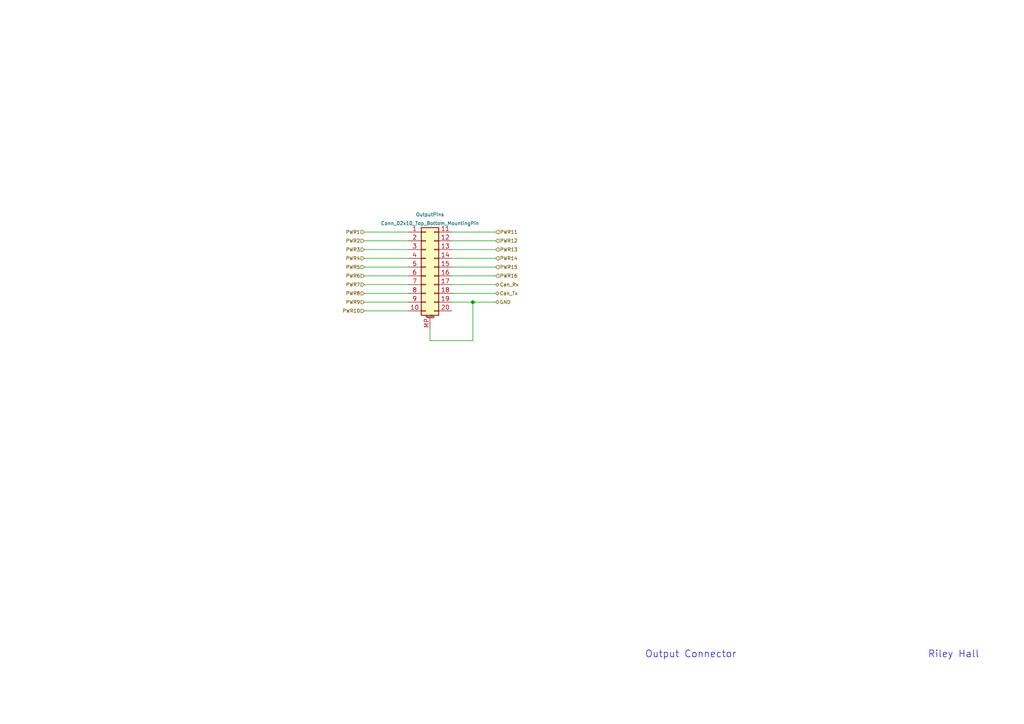
<source format=kicad_sch>
(kicad_sch (version 20211123) (generator eeschema)

  (uuid bc5045df-0455-4876-bb13-e2e2e9c4595a)

  (paper "A4")

  (lib_symbols
    (symbol "Connector_Generic_MountingPin:Conn_02x10_Top_Bottom_MountingPin" (pin_names (offset 1.016) hide) (in_bom yes) (on_board yes)
      (property "Reference" "J" (id 0) (at 1.27 12.7 0)
        (effects (font (size 1.27 1.27)))
      )
      (property "Value" "Conn_02x10_Top_Bottom_MountingPin" (id 1) (at 2.54 -15.24 0)
        (effects (font (size 1.27 1.27)) (justify left))
      )
      (property "Footprint" "" (id 2) (at 0 0 0)
        (effects (font (size 1.27 1.27)) hide)
      )
      (property "Datasheet" "~" (id 3) (at 0 0 0)
        (effects (font (size 1.27 1.27)) hide)
      )
      (property "ki_keywords" "connector" (id 4) (at 0 0 0)
        (effects (font (size 1.27 1.27)) hide)
      )
      (property "ki_description" "Generic connectable mounting pin connector, double row, 02x10, top/bottom pin numbering scheme (row 1: 1...pins_per_row, row2: pins_per_row+1 ... num_pins), script generated (kicad-library-utils/schlib/autogen/connector/)" (id 5) (at 0 0 0)
        (effects (font (size 1.27 1.27)) hide)
      )
      (property "ki_fp_filters" "Connector*:*_2x??-1MP*" (id 6) (at 0 0 0)
        (effects (font (size 1.27 1.27)) hide)
      )
      (symbol "Conn_02x10_Top_Bottom_MountingPin_1_1"
        (rectangle (start -1.27 -12.573) (end 0 -12.827)
          (stroke (width 0.1524) (type default) (color 0 0 0 0))
          (fill (type none))
        )
        (rectangle (start -1.27 -10.033) (end 0 -10.287)
          (stroke (width 0.1524) (type default) (color 0 0 0 0))
          (fill (type none))
        )
        (rectangle (start -1.27 -7.493) (end 0 -7.747)
          (stroke (width 0.1524) (type default) (color 0 0 0 0))
          (fill (type none))
        )
        (rectangle (start -1.27 -4.953) (end 0 -5.207)
          (stroke (width 0.1524) (type default) (color 0 0 0 0))
          (fill (type none))
        )
        (rectangle (start -1.27 -2.413) (end 0 -2.667)
          (stroke (width 0.1524) (type default) (color 0 0 0 0))
          (fill (type none))
        )
        (rectangle (start -1.27 0.127) (end 0 -0.127)
          (stroke (width 0.1524) (type default) (color 0 0 0 0))
          (fill (type none))
        )
        (rectangle (start -1.27 2.667) (end 0 2.413)
          (stroke (width 0.1524) (type default) (color 0 0 0 0))
          (fill (type none))
        )
        (rectangle (start -1.27 5.207) (end 0 4.953)
          (stroke (width 0.1524) (type default) (color 0 0 0 0))
          (fill (type none))
        )
        (rectangle (start -1.27 7.747) (end 0 7.493)
          (stroke (width 0.1524) (type default) (color 0 0 0 0))
          (fill (type none))
        )
        (rectangle (start -1.27 10.287) (end 0 10.033)
          (stroke (width 0.1524) (type default) (color 0 0 0 0))
          (fill (type none))
        )
        (rectangle (start -1.27 11.43) (end 3.81 -13.97)
          (stroke (width 0.254) (type default) (color 0 0 0 0))
          (fill (type background))
        )
        (polyline
          (pts
            (xy 0.254 -14.732)
            (xy 2.286 -14.732)
          )
          (stroke (width 0.1524) (type default) (color 0 0 0 0))
          (fill (type none))
        )
        (rectangle (start 3.81 -12.573) (end 2.54 -12.827)
          (stroke (width 0.1524) (type default) (color 0 0 0 0))
          (fill (type none))
        )
        (rectangle (start 3.81 -10.033) (end 2.54 -10.287)
          (stroke (width 0.1524) (type default) (color 0 0 0 0))
          (fill (type none))
        )
        (rectangle (start 3.81 -7.493) (end 2.54 -7.747)
          (stroke (width 0.1524) (type default) (color 0 0 0 0))
          (fill (type none))
        )
        (rectangle (start 3.81 -4.953) (end 2.54 -5.207)
          (stroke (width 0.1524) (type default) (color 0 0 0 0))
          (fill (type none))
        )
        (rectangle (start 3.81 -2.413) (end 2.54 -2.667)
          (stroke (width 0.1524) (type default) (color 0 0 0 0))
          (fill (type none))
        )
        (rectangle (start 3.81 0.127) (end 2.54 -0.127)
          (stroke (width 0.1524) (type default) (color 0 0 0 0))
          (fill (type none))
        )
        (rectangle (start 3.81 2.667) (end 2.54 2.413)
          (stroke (width 0.1524) (type default) (color 0 0 0 0))
          (fill (type none))
        )
        (rectangle (start 3.81 5.207) (end 2.54 4.953)
          (stroke (width 0.1524) (type default) (color 0 0 0 0))
          (fill (type none))
        )
        (rectangle (start 3.81 7.747) (end 2.54 7.493)
          (stroke (width 0.1524) (type default) (color 0 0 0 0))
          (fill (type none))
        )
        (rectangle (start 3.81 10.287) (end 2.54 10.033)
          (stroke (width 0.1524) (type default) (color 0 0 0 0))
          (fill (type none))
        )
        (text "Mounting" (at 1.27 -14.351 0)
          (effects (font (size 0.381 0.381)))
        )
        (pin passive line (at -5.08 10.16 0) (length 3.81)
          (name "Pin_1" (effects (font (size 1.27 1.27))))
          (number "1" (effects (font (size 1.27 1.27))))
        )
        (pin passive line (at -5.08 -12.7 0) (length 3.81)
          (name "Pin_10" (effects (font (size 1.27 1.27))))
          (number "10" (effects (font (size 1.27 1.27))))
        )
        (pin passive line (at 7.62 10.16 180) (length 3.81)
          (name "Pin_11" (effects (font (size 1.27 1.27))))
          (number "11" (effects (font (size 1.27 1.27))))
        )
        (pin passive line (at 7.62 7.62 180) (length 3.81)
          (name "Pin_12" (effects (font (size 1.27 1.27))))
          (number "12" (effects (font (size 1.27 1.27))))
        )
        (pin passive line (at 7.62 5.08 180) (length 3.81)
          (name "Pin_13" (effects (font (size 1.27 1.27))))
          (number "13" (effects (font (size 1.27 1.27))))
        )
        (pin passive line (at 7.62 2.54 180) (length 3.81)
          (name "Pin_14" (effects (font (size 1.27 1.27))))
          (number "14" (effects (font (size 1.27 1.27))))
        )
        (pin passive line (at 7.62 0 180) (length 3.81)
          (name "Pin_15" (effects (font (size 1.27 1.27))))
          (number "15" (effects (font (size 1.27 1.27))))
        )
        (pin passive line (at 7.62 -2.54 180) (length 3.81)
          (name "Pin_16" (effects (font (size 1.27 1.27))))
          (number "16" (effects (font (size 1.27 1.27))))
        )
        (pin passive line (at 7.62 -5.08 180) (length 3.81)
          (name "Pin_17" (effects (font (size 1.27 1.27))))
          (number "17" (effects (font (size 1.27 1.27))))
        )
        (pin passive line (at 7.62 -7.62 180) (length 3.81)
          (name "Pin_18" (effects (font (size 1.27 1.27))))
          (number "18" (effects (font (size 1.27 1.27))))
        )
        (pin passive line (at 7.62 -10.16 180) (length 3.81)
          (name "Pin_19" (effects (font (size 1.27 1.27))))
          (number "19" (effects (font (size 1.27 1.27))))
        )
        (pin passive line (at -5.08 7.62 0) (length 3.81)
          (name "Pin_2" (effects (font (size 1.27 1.27))))
          (number "2" (effects (font (size 1.27 1.27))))
        )
        (pin passive line (at 7.62 -12.7 180) (length 3.81)
          (name "Pin_20" (effects (font (size 1.27 1.27))))
          (number "20" (effects (font (size 1.27 1.27))))
        )
        (pin passive line (at -5.08 5.08 0) (length 3.81)
          (name "Pin_3" (effects (font (size 1.27 1.27))))
          (number "3" (effects (font (size 1.27 1.27))))
        )
        (pin passive line (at -5.08 2.54 0) (length 3.81)
          (name "Pin_4" (effects (font (size 1.27 1.27))))
          (number "4" (effects (font (size 1.27 1.27))))
        )
        (pin passive line (at -5.08 0 0) (length 3.81)
          (name "Pin_5" (effects (font (size 1.27 1.27))))
          (number "5" (effects (font (size 1.27 1.27))))
        )
        (pin passive line (at -5.08 -2.54 0) (length 3.81)
          (name "Pin_6" (effects (font (size 1.27 1.27))))
          (number "6" (effects (font (size 1.27 1.27))))
        )
        (pin passive line (at -5.08 -5.08 0) (length 3.81)
          (name "Pin_7" (effects (font (size 1.27 1.27))))
          (number "7" (effects (font (size 1.27 1.27))))
        )
        (pin passive line (at -5.08 -7.62 0) (length 3.81)
          (name "Pin_8" (effects (font (size 1.27 1.27))))
          (number "8" (effects (font (size 1.27 1.27))))
        )
        (pin passive line (at -5.08 -10.16 0) (length 3.81)
          (name "Pin_9" (effects (font (size 1.27 1.27))))
          (number "9" (effects (font (size 1.27 1.27))))
        )
        (pin passive line (at 1.27 -17.78 90) (length 3.048)
          (name "MountPin" (effects (font (size 1.27 1.27))))
          (number "MP" (effects (font (size 1.27 1.27))))
        )
      )
    )
  )

  (junction (at 137.16 87.63) (diameter 0) (color 0 0 0 0)
    (uuid 6eb07a31-6a7b-473d-a1b8-d2ea516d2fab)
  )

  (wire (pts (xy 124.714 98.806) (xy 137.16 98.806))
    (stroke (width 0) (type default) (color 0 0 0 0))
    (uuid 03c3b78c-5b4f-45a4-a7ed-31a96897617f)
  )
  (wire (pts (xy 143.764 82.55) (xy 131.064 82.55))
    (stroke (width 0) (type default) (color 0 0 0 0))
    (uuid 0ac3b385-4160-43ff-9980-eae6d87a614e)
  )
  (wire (pts (xy 105.664 77.47) (xy 118.364 77.47))
    (stroke (width 0) (type default) (color 0 0 0 0))
    (uuid 0e878cd5-acf4-4222-827a-00ed4312a5c5)
  )
  (wire (pts (xy 105.664 87.63) (xy 118.364 87.63))
    (stroke (width 0) (type default) (color 0 0 0 0))
    (uuid 2161bd52-5786-4949-875d-1e13267387a4)
  )
  (wire (pts (xy 143.764 72.39) (xy 131.064 72.39))
    (stroke (width 0) (type default) (color 0 0 0 0))
    (uuid 252ec87d-9dd2-4645-be44-2a697b7e0e6e)
  )
  (wire (pts (xy 124.714 95.25) (xy 124.714 98.806))
    (stroke (width 0) (type default) (color 0 0 0 0))
    (uuid 26c9b989-091b-4124-9348-1ba62ee1c538)
  )
  (wire (pts (xy 105.664 80.01) (xy 118.364 80.01))
    (stroke (width 0) (type default) (color 0 0 0 0))
    (uuid 410a8b50-68f1-4ab6-ab94-9c4a328dab16)
  )
  (wire (pts (xy 143.764 67.31) (xy 131.064 67.31))
    (stroke (width 0) (type default) (color 0 0 0 0))
    (uuid 47557877-630e-4af0-8bcb-670ed64b95bb)
  )
  (wire (pts (xy 137.16 98.806) (xy 137.16 87.63))
    (stroke (width 0) (type default) (color 0 0 0 0))
    (uuid 50d11cc0-3990-422a-9637-f60411c64552)
  )
  (wire (pts (xy 143.764 87.63) (xy 137.16 87.63))
    (stroke (width 0) (type default) (color 0 0 0 0))
    (uuid 521eca36-14f6-4c15-9668-c32d81c4b652)
  )
  (wire (pts (xy 105.664 90.17) (xy 118.364 90.17))
    (stroke (width 0) (type default) (color 0 0 0 0))
    (uuid 676379c3-232c-44a9-aa0d-dd618a8caeba)
  )
  (wire (pts (xy 137.16 87.63) (xy 131.064 87.63))
    (stroke (width 0) (type default) (color 0 0 0 0))
    (uuid 711436a9-5847-4c1a-aab9-dfbb97eaad2c)
  )
  (wire (pts (xy 143.764 85.09) (xy 131.064 85.09))
    (stroke (width 0) (type default) (color 0 0 0 0))
    (uuid 716c64b4-21ea-480b-94f2-93733f45a44b)
  )
  (wire (pts (xy 143.764 74.93) (xy 131.064 74.93))
    (stroke (width 0) (type default) (color 0 0 0 0))
    (uuid 81bf8e09-df91-4304-bdac-d4a0730f1d7a)
  )
  (wire (pts (xy 105.664 85.09) (xy 118.364 85.09))
    (stroke (width 0) (type default) (color 0 0 0 0))
    (uuid 88204854-5901-454f-9e9e-4c5cf7a300e7)
  )
  (wire (pts (xy 105.664 74.93) (xy 118.364 74.93))
    (stroke (width 0) (type default) (color 0 0 0 0))
    (uuid 96ba7924-fc0d-4741-9311-86218b489d2b)
  )
  (wire (pts (xy 105.664 72.39) (xy 118.364 72.39))
    (stroke (width 0) (type default) (color 0 0 0 0))
    (uuid a8a18539-0d2d-4174-a8df-13b1c3b801d2)
  )
  (wire (pts (xy 105.664 67.31) (xy 118.364 67.31))
    (stroke (width 0) (type default) (color 0 0 0 0))
    (uuid baf40863-63e9-4dd5-b017-c9a8ccd75526)
  )
  (wire (pts (xy 143.764 77.47) (xy 131.064 77.47))
    (stroke (width 0) (type default) (color 0 0 0 0))
    (uuid bc58448b-4f65-4e97-9ad9-060fc540e3a4)
  )
  (wire (pts (xy 143.764 80.01) (xy 131.064 80.01))
    (stroke (width 0) (type default) (color 0 0 0 0))
    (uuid dabaf1d6-1808-451f-bfde-ebf6fbf18635)
  )
  (wire (pts (xy 143.764 69.85) (xy 131.064 69.85))
    (stroke (width 0) (type default) (color 0 0 0 0))
    (uuid e4e129ec-96c7-4fca-97be-6fa06db60c30)
  )
  (wire (pts (xy 105.664 82.55) (xy 118.364 82.55))
    (stroke (width 0) (type default) (color 0 0 0 0))
    (uuid ed23b2d7-3d40-4ba3-9c0a-864424a3255d)
  )
  (wire (pts (xy 105.664 69.85) (xy 118.364 69.85))
    (stroke (width 0) (type default) (color 0 0 0 0))
    (uuid fc0e3ed0-02e4-428e-914c-71572cb336f2)
  )

  (text "Output Connector" (at 187.071 191.008 0)
    (effects (font (size 2 2)) (justify left bottom))
    (uuid 34e436e8-a22e-4e84-a196-bc88c4891de5)
  )
  (text "Riley Hall" (at 269.113 191.008 0)
    (effects (font (size 2 2)) (justify left bottom))
    (uuid 5265b575-713c-4ab6-867b-5946f23ebe53)
  )

  (hierarchical_label "PWR16" (shape input) (at 143.764 80.01 0)
    (effects (font (size 1 1)) (justify left))
    (uuid 0364d7f4-8c2a-441c-a3c8-4994bd57e05f)
  )
  (hierarchical_label "PWR7" (shape input) (at 105.664 82.55 180)
    (effects (font (size 1 1)) (justify right))
    (uuid 16877e53-e713-44c8-916e-b1d3268df378)
  )
  (hierarchical_label "Can_Tx" (shape bidirectional) (at 143.764 85.09 0)
    (effects (font (size 1 1)) (justify left))
    (uuid 2198bb9f-d40c-47b0-bf84-f44e2edcc638)
  )
  (hierarchical_label "PWR12" (shape input) (at 143.764 69.85 0)
    (effects (font (size 1 1)) (justify left))
    (uuid 3762d374-cff9-48aa-b51c-d0968a2b7073)
  )
  (hierarchical_label "GND" (shape bidirectional) (at 143.764 87.63 0)
    (effects (font (size 1 1)) (justify left))
    (uuid 48c250de-ed09-4594-b2fa-f9d43d8a174a)
  )
  (hierarchical_label "PWR9" (shape input) (at 105.664 87.63 180)
    (effects (font (size 1 1)) (justify right))
    (uuid 4dde6401-d708-4ff2-9c08-0b1b67666e40)
  )
  (hierarchical_label "PWR11" (shape input) (at 143.764 67.31 0)
    (effects (font (size 1 1)) (justify left))
    (uuid 4e9e2a89-066b-49c9-8b5e-189f94e61589)
  )
  (hierarchical_label "PWR13" (shape input) (at 143.764 72.39 0)
    (effects (font (size 1 1)) (justify left))
    (uuid 53f92965-eadc-4aec-8081-51b981d74b60)
  )
  (hierarchical_label "Can_Rx" (shape bidirectional) (at 143.764 82.55 0)
    (effects (font (size 1 1)) (justify left))
    (uuid 5916c667-8928-4ccd-b000-183aabf0d545)
  )
  (hierarchical_label "PWR1" (shape input) (at 105.664 67.31 180)
    (effects (font (size 1 1)) (justify right))
    (uuid 6c7d6bb7-3e6f-4322-864e-c704756ff578)
  )
  (hierarchical_label "PWR3" (shape input) (at 105.664 72.39 180)
    (effects (font (size 1 1)) (justify right))
    (uuid 91c10e92-d471-4183-8c99-52b88b41142f)
  )
  (hierarchical_label "PWR2" (shape input) (at 105.664 69.85 180)
    (effects (font (size 1 1)) (justify right))
    (uuid 929d79f7-00c2-4d47-adc1-c48cd1305503)
  )
  (hierarchical_label "PWR10" (shape input) (at 105.664 90.17 180)
    (effects (font (size 1 1)) (justify right))
    (uuid 9ecd034c-1639-4947-816e-275d4fb86c61)
  )
  (hierarchical_label "PWR5" (shape input) (at 105.664 77.47 180)
    (effects (font (size 1 1)) (justify right))
    (uuid a9972741-f4b8-4e8f-ae09-a1870669bdc9)
  )
  (hierarchical_label "PWR6" (shape input) (at 105.664 80.01 180)
    (effects (font (size 1 1)) (justify right))
    (uuid b01f873b-4248-4967-8334-e0df7da4f948)
  )
  (hierarchical_label "PWR15" (shape input) (at 143.764 77.47 0)
    (effects (font (size 1 1)) (justify left))
    (uuid b5713230-67a6-4159-8bb6-95dfa9a801c7)
  )
  (hierarchical_label "PWR8" (shape input) (at 105.664 85.09 180)
    (effects (font (size 1 1)) (justify right))
    (uuid c1497e8e-351a-4842-b3fe-9dbe4a464a9e)
  )
  (hierarchical_label "PWR14" (shape input) (at 143.764 74.93 0)
    (effects (font (size 1 1)) (justify left))
    (uuid efe71c97-8d6b-43cd-89b0-4ea49a61c0a7)
  )
  (hierarchical_label "PWR4" (shape input) (at 105.664 74.93 180)
    (effects (font (size 1 1)) (justify right))
    (uuid fac4520d-f931-4b80-8a16-1f5d1e24c067)
  )

  (symbol (lib_id "Connector_Generic_MountingPin:Conn_02x10_Top_Bottom_MountingPin") (at 123.444 77.47 0) (unit 1)
    (in_bom yes) (on_board yes) (fields_autoplaced)
    (uuid 67a7a365-a80d-4007-a0f8-f6e625528e8b)
    (property "Reference" "OutputPins" (id 0) (at 124.714 62.23 0)
      (effects (font (size 1 1)))
    )
    (property "Value" "Conn_02x10_Top_Bottom_MountingPin" (id 1) (at 124.714 64.77 0)
      (effects (font (size 1 1)))
    )
    (property "Footprint" "" (id 2) (at 123.444 77.47 0)
      (effects (font (size 1.27 1.27)) hide)
    )
    (property "Datasheet" "~" (id 3) (at 123.444 77.47 0)
      (effects (font (size 1.27 1.27)) hide)
    )
    (pin "1" (uuid c3f591d4-6ea7-4624-8662-0713137811bd))
    (pin "10" (uuid c3384b01-c529-4901-b863-d05a6f1f718f))
    (pin "11" (uuid d6f99280-3675-4ec9-96c1-c01f4271c4d5))
    (pin "12" (uuid bde1f528-835e-4d01-b3fc-66dd54ca455e))
    (pin "13" (uuid ff71c030-5c79-4f28-8186-24bca8179318))
    (pin "14" (uuid f28b97b1-3f56-4fca-88e8-f34fac1b970f))
    (pin "15" (uuid 7412da51-7e2b-4a18-8143-4c6760d6c8bc))
    (pin "16" (uuid c84b8618-435e-43a6-83e7-dee45b0ce6d9))
    (pin "17" (uuid 703b7cca-e898-49c2-ba8d-68da8e89f3ad))
    (pin "18" (uuid ace446db-eedb-4e3e-a7ab-b0e66cf529a6))
    (pin "19" (uuid 6637ea3e-67b6-48bf-9a52-0df953f84a27))
    (pin "2" (uuid 23ba2a21-2c1c-4b4e-acfd-451f5cd824ee))
    (pin "20" (uuid c2eeebc5-ef26-40cb-bf8f-66cac692f231))
    (pin "3" (uuid 32bb6301-513f-4428-b3dd-7a621f7f3684))
    (pin "4" (uuid 8a91cebb-8781-479d-92f4-4fab6b097ae1))
    (pin "5" (uuid 5932516b-39a0-441d-a423-7e2f0c84777c))
    (pin "6" (uuid fe38e464-59eb-4732-aff5-e1371463ee24))
    (pin "7" (uuid 3d7eb1ec-79de-4fef-a47c-3faf2364c4c3))
    (pin "8" (uuid 7366c6b5-231d-45f0-8874-7ef3ed22a389))
    (pin "9" (uuid 1a0c0131-eece-4fb5-84ba-18209d4ee6c1))
    (pin "MP" (uuid a690eb5d-1586-4958-b285-ba17521d08a3))
  )
)

</source>
